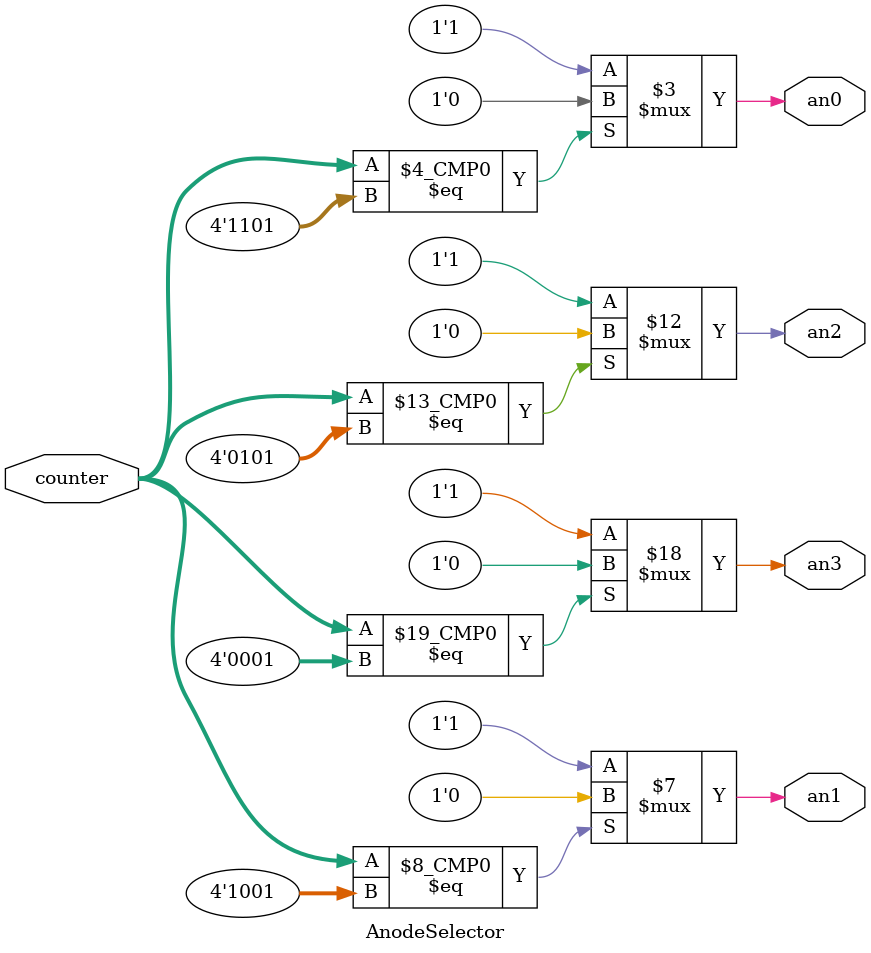
<source format=v>
module AnodeSelector (counter, an3, an2, an1, an0);

input [3:0]counter;
output an3, an2, an1, an0;

wire [3:0]counter;
reg an3, an2, an1, an0;

always @ (counter)
begin
	case (counter)
		4'b0001:	
			begin
				an3 <= 1'b0;
				an2 <= 1'b1;
				an1 <= 1'b1;
				an0 <= 1'b1;
			end
					
		4'b0101:	
			begin
				an3 <= 1'b1;
				an2 <= 1'b0;
				an1 <= 1'b1;
				an0 <= 1'b1;	
			end
		
		4'b1001:	
			begin
				an3 <= 1'b1;
				an2 <= 1'b1;
				an1 <= 1'b0;
				an0 <= 1'b1;
			end
		
		4'b1101:	
			begin
				an3 <= 1'b1;
				an2 <= 1'b1;
				an1 <= 1'b1;
				an0 <= 1'b0;
			end
		
		default:	
			begin
				an3 <= 1'b1;
				an2 <= 1'b1;
				an1 <= 1'b1;
				an0 <= 1'b1;
			end
	endcase
end
endmodule

</source>
